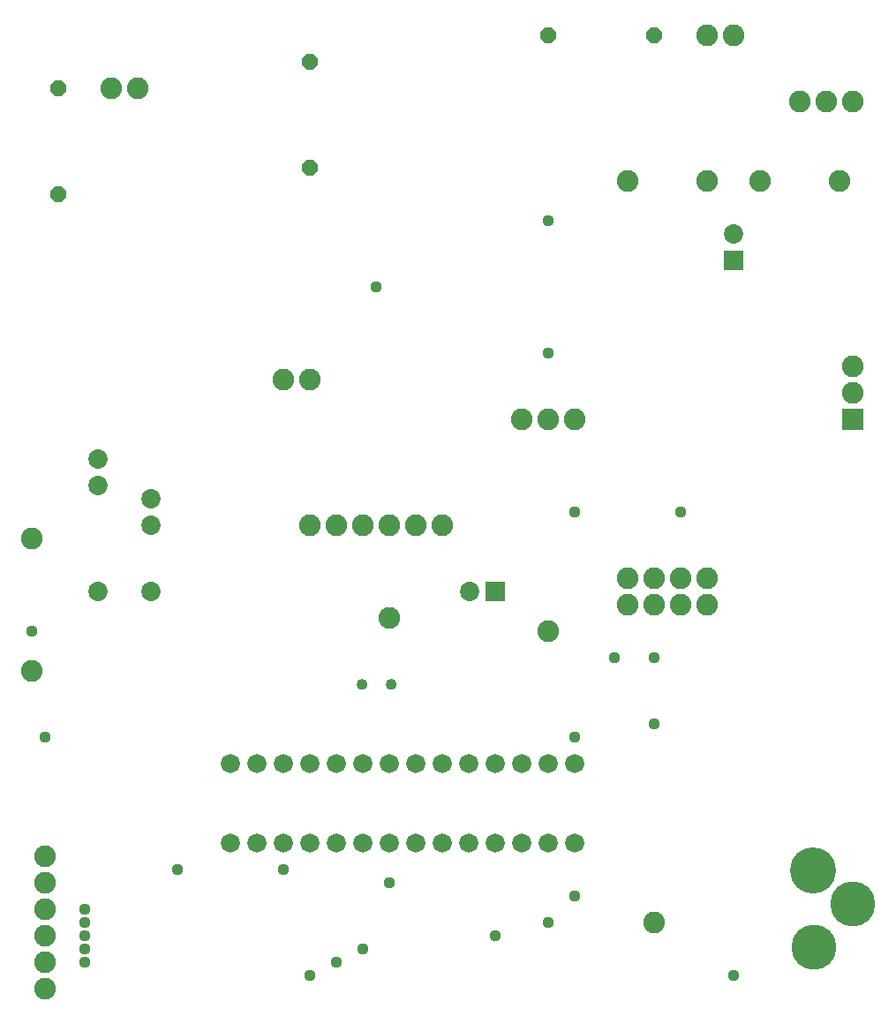
<source format=gbr>
G04 EAGLE Gerber RS-274X export*
G75*
%MOMM*%
%FSLAX34Y34*%
%LPD*%
%INSoldermask Top*%
%IPPOS*%
%AMOC8*
5,1,8,0,0,1.08239X$1,22.5*%
G01*
%ADD10C,2.082800*%
%ADD11C,1.854200*%
%ADD12R,1.854200X1.854200*%
%ADD13C,4.419200*%
%ADD14C,4.318000*%
%ADD15P,1.649562X8X112.500000*%
%ADD16P,1.649562X8X202.500000*%
%ADD17C,1.828800*%
%ADD18R,2.082800X2.082800*%
%ADD19C,1.117600*%

G36*
X354316Y337753D02*
X354316Y337753D01*
X354442Y337752D01*
X355453Y337891D01*
X355501Y337907D01*
X355591Y337926D01*
X356546Y338288D01*
X356589Y338314D01*
X356673Y338353D01*
X357523Y338917D01*
X357560Y338952D01*
X357632Y339009D01*
X358336Y339749D01*
X358364Y339791D01*
X358422Y339862D01*
X358943Y340740D01*
X358961Y340787D01*
X359002Y340869D01*
X359315Y341841D01*
X359322Y341891D01*
X359343Y341980D01*
X359432Y342998D01*
X359427Y343048D01*
X359428Y343139D01*
X359297Y344103D01*
X359281Y344151D01*
X359262Y344240D01*
X358920Y345151D01*
X358894Y345194D01*
X358855Y345278D01*
X358318Y346089D01*
X358283Y346125D01*
X358227Y346198D01*
X357523Y346870D01*
X357481Y346898D01*
X357410Y346956D01*
X356575Y347454D01*
X356527Y347472D01*
X356445Y347512D01*
X355520Y347812D01*
X355469Y347819D01*
X355380Y347841D01*
X354411Y347927D01*
X354364Y347923D01*
X354289Y347926D01*
X353313Y347824D01*
X353265Y347810D01*
X353175Y347794D01*
X352246Y347478D01*
X352202Y347454D01*
X352117Y347417D01*
X351282Y346903D01*
X351245Y346869D01*
X351170Y346815D01*
X350471Y346127D01*
X350441Y346086D01*
X350381Y346017D01*
X349852Y345190D01*
X349833Y345144D01*
X349789Y345063D01*
X349457Y344140D01*
X349449Y344090D01*
X349424Y344001D01*
X349306Y343027D01*
X349309Y342977D01*
X349305Y342891D01*
X349400Y341889D01*
X349414Y341840D01*
X349430Y341750D01*
X349746Y340794D01*
X349770Y340749D01*
X349806Y340665D01*
X350327Y339804D01*
X350360Y339766D01*
X350413Y339691D01*
X351113Y338967D01*
X351154Y338938D01*
X351223Y338877D01*
X352066Y338327D01*
X352112Y338307D01*
X352193Y338263D01*
X353137Y337915D01*
X353187Y337906D01*
X353275Y337881D01*
X354273Y337751D01*
X354316Y337753D01*
G37*
G36*
X382307Y337753D02*
X382307Y337753D01*
X382433Y337752D01*
X383444Y337891D01*
X383492Y337907D01*
X383582Y337926D01*
X384537Y338288D01*
X384580Y338314D01*
X384664Y338353D01*
X385514Y338917D01*
X385551Y338952D01*
X385623Y339009D01*
X386327Y339749D01*
X386355Y339791D01*
X386413Y339862D01*
X386934Y340740D01*
X386952Y340787D01*
X386993Y340869D01*
X387306Y341841D01*
X387313Y341891D01*
X387334Y341980D01*
X387423Y342998D01*
X387418Y343048D01*
X387419Y343139D01*
X387288Y344103D01*
X387272Y344151D01*
X387253Y344240D01*
X386911Y345151D01*
X386885Y345194D01*
X386846Y345278D01*
X386309Y346089D01*
X386274Y346125D01*
X386218Y346198D01*
X385514Y346870D01*
X385472Y346898D01*
X385401Y346956D01*
X384566Y347454D01*
X384518Y347472D01*
X384436Y347512D01*
X383511Y347812D01*
X383460Y347819D01*
X383371Y347841D01*
X382402Y347927D01*
X382355Y347923D01*
X382280Y347926D01*
X381304Y347824D01*
X381256Y347810D01*
X381166Y347794D01*
X380237Y347478D01*
X380193Y347454D01*
X380108Y347417D01*
X379273Y346903D01*
X379236Y346869D01*
X379161Y346815D01*
X378462Y346127D01*
X378432Y346086D01*
X378372Y346017D01*
X377843Y345190D01*
X377824Y345144D01*
X377780Y345063D01*
X377448Y344140D01*
X377440Y344090D01*
X377415Y344001D01*
X377297Y343027D01*
X377300Y342977D01*
X377296Y342891D01*
X377391Y341889D01*
X377405Y341840D01*
X377421Y341750D01*
X377737Y340794D01*
X377761Y340749D01*
X377797Y340665D01*
X378318Y339804D01*
X378351Y339766D01*
X378404Y339691D01*
X379104Y338967D01*
X379145Y338938D01*
X379214Y338877D01*
X380057Y338327D01*
X380103Y338307D01*
X380184Y338263D01*
X381128Y337915D01*
X381178Y337906D01*
X381266Y337881D01*
X382264Y337751D01*
X382307Y337753D01*
G37*
D10*
X38100Y355600D03*
X381000Y406400D03*
X635000Y114300D03*
X279400Y635000D03*
X304800Y635000D03*
X508000Y596900D03*
X533400Y596900D03*
X558800Y596900D03*
X304800Y495300D03*
X330200Y495300D03*
X355600Y495300D03*
X381000Y495300D03*
X406400Y495300D03*
X431800Y495300D03*
X50800Y50800D03*
X50800Y76200D03*
X50800Y101600D03*
X50800Y127000D03*
X50800Y152400D03*
X50800Y177800D03*
X685800Y965200D03*
X711200Y965200D03*
D11*
X101600Y558800D03*
X101600Y533400D03*
X152400Y520700D03*
X152400Y495300D03*
D12*
X482400Y431800D03*
D11*
X457400Y431800D03*
X711200Y774500D03*
D12*
X711200Y749500D03*
D10*
X533400Y393700D03*
X38100Y482600D03*
D13*
X787400Y164178D03*
D14*
X787654Y90970D03*
X825016Y132400D03*
D10*
X774700Y901700D03*
X800100Y901700D03*
X825500Y901700D03*
X609600Y419100D03*
X609600Y444500D03*
X635000Y419100D03*
X635000Y444500D03*
X660400Y419100D03*
X660400Y444500D03*
X685800Y419100D03*
X685800Y444500D03*
D15*
X63500Y812800D03*
X63500Y914400D03*
D16*
X635000Y965200D03*
X533400Y965200D03*
D15*
X304800Y838200D03*
X304800Y939800D03*
D10*
X114300Y914400D03*
X139700Y914400D03*
D17*
X228600Y190500D03*
X254000Y190500D03*
X279400Y190500D03*
X304800Y190500D03*
X330200Y190500D03*
X355600Y190500D03*
X381000Y190500D03*
X406400Y190500D03*
X431800Y190500D03*
X457200Y190500D03*
X482600Y190500D03*
X508000Y190500D03*
X533400Y190500D03*
X558800Y190500D03*
X558800Y266700D03*
X533400Y266700D03*
X508000Y266700D03*
X482600Y266700D03*
X457200Y266700D03*
X431800Y266700D03*
X406400Y266700D03*
X381000Y266700D03*
X355600Y266700D03*
X330200Y266700D03*
X304800Y266700D03*
X279400Y266700D03*
X254000Y266700D03*
X228600Y266700D03*
D18*
X825500Y596900D03*
D10*
X825500Y622300D03*
X825500Y647700D03*
D11*
X101600Y431800D03*
X152400Y431800D03*
D10*
X736600Y825500D03*
X812800Y825500D03*
X609600Y825500D03*
X685800Y825500D03*
D19*
X533400Y660400D03*
X533400Y787400D03*
X660400Y508000D03*
X558800Y508000D03*
X381000Y152400D03*
X596900Y368300D03*
X177800Y165100D03*
X279400Y165100D03*
X635000Y368300D03*
X635000Y304800D03*
X711200Y63500D03*
X304800Y63500D03*
X368300Y723900D03*
X38100Y393700D03*
X88900Y76200D03*
X330200Y76200D03*
X88900Y88900D03*
X355600Y88900D03*
X88900Y101600D03*
X482600Y101600D03*
X88900Y114300D03*
X533400Y114300D03*
X88900Y127000D03*
X558800Y139700D03*
X50800Y292100D03*
X558800Y292100D03*
M02*

</source>
